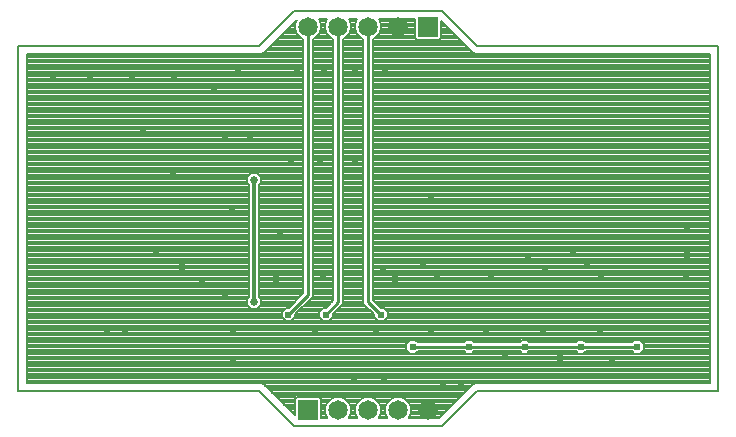
<source format=gbl>
G75*
%MOIN*%
%OFA0B0*%
%FSLAX25Y25*%
%IPPOS*%
%LPD*%
%AMOC8*
5,1,8,0,0,1.08239X$1,22.5*
%
%ADD10C,0.00600*%
%ADD11R,0.06500X0.06500*%
%ADD12C,0.06500*%
%ADD13C,0.01000*%
%ADD14C,0.02400*%
%ADD15C,0.00800*%
%ADD16C,0.02578*%
%ADD17C,0.01200*%
D10*
X0008065Y0019400D02*
X0008065Y0134361D01*
X0088320Y0134361D01*
X0099920Y0145961D01*
X0149420Y0145961D01*
X0161020Y0134361D01*
X0241136Y0134361D01*
X0241136Y0019400D01*
X0161020Y0019400D01*
X0149420Y0007800D01*
X0099920Y0007800D01*
X0088320Y0019400D01*
X0008065Y0019400D01*
D11*
X0104601Y0013000D03*
X0144601Y0140761D03*
D12*
X0134601Y0140761D03*
X0124601Y0140761D03*
X0114601Y0140761D03*
X0104601Y0140761D03*
X0114601Y0013000D03*
X0124601Y0013000D03*
X0134601Y0013000D03*
X0144601Y0013000D03*
D13*
X0139465Y0034146D02*
X0158265Y0034146D01*
X0176765Y0034146D01*
X0195465Y0034146D01*
X0214265Y0034146D01*
X0128865Y0044846D02*
X0124601Y0049110D01*
X0124601Y0140761D01*
X0114601Y0140761D02*
X0114601Y0048881D01*
X0110565Y0044846D01*
X0104601Y0051381D02*
X0098065Y0044846D01*
X0104601Y0051381D02*
X0104601Y0140761D01*
D14*
X0100765Y0126346D03*
X0109865Y0125546D03*
X0120265Y0125446D03*
X0130265Y0125946D03*
X0085265Y0103246D03*
X0076965Y0103246D03*
X0059565Y0090946D03*
X0079265Y0079146D03*
X0095165Y0078846D03*
X0095365Y0072146D03*
X0109965Y0078746D03*
X0119765Y0078546D03*
X0120165Y0096646D03*
X0108665Y0096846D03*
X0098965Y0096746D03*
X0073365Y0120346D03*
X0081265Y0127046D03*
X0059865Y0124346D03*
X0046065Y0124646D03*
X0031865Y0124846D03*
X0019665Y0124546D03*
X0044065Y0113046D03*
X0052665Y0113046D03*
X0049665Y0105646D03*
X0053965Y0064946D03*
X0062665Y0060846D03*
X0069265Y0056246D03*
X0076965Y0051946D03*
X0079465Y0040046D03*
X0079465Y0029946D03*
X0098065Y0044846D03*
X0106865Y0038646D03*
X0110565Y0044846D03*
X0127265Y0038746D03*
X0128865Y0044846D03*
X0133465Y0056746D03*
X0129465Y0059446D03*
X0142965Y0061646D03*
X0147465Y0057746D03*
X0160665Y0062646D03*
X0165465Y0058246D03*
X0178065Y0064346D03*
X0183565Y0059846D03*
X0193065Y0066246D03*
X0197665Y0061346D03*
X0202365Y0058146D03*
X0201765Y0038946D03*
X0195465Y0034146D03*
X0188565Y0030246D03*
X0176765Y0034146D03*
X0170365Y0031246D03*
X0163965Y0038746D03*
X0158265Y0034146D03*
X0145565Y0038946D03*
X0139465Y0034146D03*
X0129765Y0023046D03*
X0119965Y0024046D03*
X0109365Y0024446D03*
X0149665Y0021846D03*
X0155465Y0021746D03*
X0182865Y0039046D03*
X0206065Y0029546D03*
X0214265Y0034146D03*
X0230665Y0057046D03*
X0230865Y0064646D03*
X0230865Y0073546D03*
X0145565Y0084346D03*
X0109465Y0058146D03*
X0093765Y0056646D03*
X0054065Y0048246D03*
X0043565Y0038746D03*
X0037665Y0038546D03*
D15*
X0010765Y0038759D02*
X0238436Y0038759D01*
X0238436Y0037961D02*
X0010765Y0037961D01*
X0010765Y0037162D02*
X0238436Y0037162D01*
X0238436Y0036364D02*
X0215300Y0036364D01*
X0215218Y0036446D02*
X0213312Y0036446D01*
X0212612Y0035746D01*
X0197118Y0035746D01*
X0196418Y0036446D01*
X0194512Y0036446D01*
X0193812Y0035746D01*
X0178418Y0035746D01*
X0177718Y0036446D01*
X0175812Y0036446D01*
X0175112Y0035746D01*
X0159918Y0035746D01*
X0159218Y0036446D01*
X0157312Y0036446D01*
X0156612Y0035746D01*
X0141118Y0035746D01*
X0140418Y0036446D01*
X0138512Y0036446D01*
X0137165Y0035098D01*
X0137165Y0033193D01*
X0138512Y0031846D01*
X0140418Y0031846D01*
X0141118Y0032546D01*
X0156612Y0032546D01*
X0157312Y0031846D01*
X0159218Y0031846D01*
X0159918Y0032546D01*
X0175112Y0032546D01*
X0175812Y0031846D01*
X0177718Y0031846D01*
X0178418Y0032546D01*
X0193812Y0032546D01*
X0194512Y0031846D01*
X0196418Y0031846D01*
X0197118Y0032546D01*
X0212612Y0032546D01*
X0213312Y0031846D01*
X0215218Y0031846D01*
X0216565Y0033193D01*
X0216565Y0035098D01*
X0215218Y0036446D01*
X0216098Y0035565D02*
X0238436Y0035565D01*
X0238436Y0034767D02*
X0216565Y0034767D01*
X0216565Y0033968D02*
X0238436Y0033968D01*
X0238436Y0033170D02*
X0216542Y0033170D01*
X0215743Y0032371D02*
X0238436Y0032371D01*
X0238436Y0031573D02*
X0010765Y0031573D01*
X0010765Y0032371D02*
X0137987Y0032371D01*
X0137188Y0033170D02*
X0010765Y0033170D01*
X0010765Y0033968D02*
X0137165Y0033968D01*
X0137165Y0034767D02*
X0010765Y0034767D01*
X0010765Y0035565D02*
X0137632Y0035565D01*
X0138431Y0036364D02*
X0010765Y0036364D01*
X0010765Y0039558D02*
X0238436Y0039558D01*
X0238436Y0040356D02*
X0010765Y0040356D01*
X0010765Y0041155D02*
X0238436Y0041155D01*
X0238436Y0041953D02*
X0010765Y0041953D01*
X0010765Y0042752D02*
X0096906Y0042752D01*
X0097112Y0042546D02*
X0095765Y0043893D01*
X0095765Y0045798D01*
X0097112Y0047146D01*
X0098102Y0047146D01*
X0103001Y0052044D01*
X0103001Y0136715D01*
X0102136Y0137073D01*
X0100913Y0138297D01*
X0100251Y0139895D01*
X0100251Y0141626D01*
X0100849Y0143071D01*
X0089850Y0132072D01*
X0088857Y0131661D01*
X0010765Y0131661D01*
X0010765Y0022100D01*
X0088857Y0022100D01*
X0089850Y0021689D01*
X0100251Y0011288D01*
X0100251Y0016706D01*
X0100895Y0017350D01*
X0108306Y0017350D01*
X0108951Y0016706D01*
X0108951Y0010500D01*
X0110949Y0010500D01*
X0110913Y0010536D01*
X0110251Y0012135D01*
X0110251Y0013865D01*
X0110913Y0015464D01*
X0112136Y0016688D01*
X0113735Y0017350D01*
X0115466Y0017350D01*
X0117065Y0016688D01*
X0118288Y0015464D01*
X0118951Y0013865D01*
X0118951Y0012135D01*
X0118288Y0010536D01*
X0118252Y0010500D01*
X0120949Y0010500D01*
X0120913Y0010536D01*
X0120251Y0012135D01*
X0120251Y0013865D01*
X0120913Y0015464D01*
X0122136Y0016688D01*
X0123735Y0017350D01*
X0125466Y0017350D01*
X0127065Y0016688D01*
X0128288Y0015464D01*
X0128951Y0013865D01*
X0128951Y0012135D01*
X0128288Y0010536D01*
X0128252Y0010500D01*
X0130949Y0010500D01*
X0130913Y0010536D01*
X0130251Y0012135D01*
X0130251Y0013865D01*
X0130913Y0015464D01*
X0132136Y0016688D01*
X0133735Y0017350D01*
X0135466Y0017350D01*
X0137065Y0016688D01*
X0138288Y0015464D01*
X0138951Y0013865D01*
X0138951Y0012135D01*
X0138288Y0010536D01*
X0138252Y0010500D01*
X0148302Y0010500D01*
X0159491Y0021689D01*
X0160483Y0022100D01*
X0238436Y0022100D01*
X0238436Y0131661D01*
X0161557Y0131661D01*
X0160483Y0131661D01*
X0159491Y0132072D01*
X0148951Y0142612D01*
X0148951Y0137055D01*
X0148306Y0136411D01*
X0140895Y0136411D01*
X0140251Y0137055D01*
X0140251Y0143261D01*
X0128252Y0143261D01*
X0128288Y0143225D01*
X0128951Y0141626D01*
X0128951Y0139895D01*
X0128288Y0138297D01*
X0127065Y0137073D01*
X0126201Y0136715D01*
X0126201Y0049773D01*
X0128828Y0047146D01*
X0129818Y0047146D01*
X0131165Y0045798D01*
X0131165Y0043893D01*
X0129818Y0042546D01*
X0127912Y0042546D01*
X0126565Y0043893D01*
X0126565Y0044883D01*
X0123001Y0048447D01*
X0123001Y0136715D01*
X0122136Y0137073D01*
X0120913Y0138297D01*
X0120251Y0139895D01*
X0120251Y0141626D01*
X0120913Y0143225D01*
X0120949Y0143261D01*
X0118252Y0143261D01*
X0118288Y0143225D01*
X0118951Y0141626D01*
X0118951Y0139895D01*
X0118288Y0138297D01*
X0117065Y0137073D01*
X0116201Y0136715D01*
X0116201Y0048218D01*
X0112865Y0044883D01*
X0112865Y0043893D01*
X0111518Y0042546D01*
X0109612Y0042546D01*
X0108265Y0043893D01*
X0108265Y0045798D01*
X0109612Y0047146D01*
X0110602Y0047146D01*
X0113001Y0049544D01*
X0113001Y0136715D01*
X0112136Y0137073D01*
X0110913Y0138297D01*
X0110251Y0139895D01*
X0110251Y0141626D01*
X0110913Y0143225D01*
X0110949Y0143261D01*
X0108252Y0143261D01*
X0108288Y0143225D01*
X0108951Y0141626D01*
X0108951Y0139895D01*
X0108288Y0138297D01*
X0107065Y0137073D01*
X0106201Y0136715D01*
X0106201Y0050718D01*
X0100365Y0044883D01*
X0100365Y0043893D01*
X0099018Y0042546D01*
X0097112Y0042546D01*
X0096108Y0043550D02*
X0010765Y0043550D01*
X0010765Y0044349D02*
X0095765Y0044349D01*
X0095765Y0045147D02*
X0010765Y0045147D01*
X0010765Y0045946D02*
X0095913Y0045946D01*
X0096711Y0046744D02*
X0087642Y0046744D01*
X0087555Y0046657D02*
X0088954Y0048056D01*
X0088954Y0050035D01*
X0088265Y0050724D01*
X0088265Y0087928D01*
X0088954Y0088617D01*
X0088954Y0090596D01*
X0087555Y0091995D01*
X0085576Y0091995D01*
X0084176Y0090596D01*
X0084176Y0088617D01*
X0084865Y0087928D01*
X0084865Y0050724D01*
X0084176Y0050035D01*
X0084176Y0048056D01*
X0085576Y0046657D01*
X0087555Y0046657D01*
X0088441Y0047543D02*
X0098500Y0047543D01*
X0099298Y0048341D02*
X0088954Y0048341D01*
X0088954Y0049140D02*
X0100097Y0049140D01*
X0100895Y0049938D02*
X0088954Y0049938D01*
X0088265Y0050737D02*
X0101694Y0050737D01*
X0102492Y0051536D02*
X0088265Y0051536D01*
X0088265Y0052334D02*
X0103001Y0052334D01*
X0103001Y0053133D02*
X0088265Y0053133D01*
X0088265Y0053931D02*
X0103001Y0053931D01*
X0103001Y0054730D02*
X0088265Y0054730D01*
X0088265Y0055528D02*
X0103001Y0055528D01*
X0103001Y0056327D02*
X0088265Y0056327D01*
X0088265Y0057125D02*
X0103001Y0057125D01*
X0103001Y0057924D02*
X0088265Y0057924D01*
X0088265Y0058722D02*
X0103001Y0058722D01*
X0103001Y0059521D02*
X0088265Y0059521D01*
X0088265Y0060319D02*
X0103001Y0060319D01*
X0103001Y0061118D02*
X0088265Y0061118D01*
X0088265Y0061916D02*
X0103001Y0061916D01*
X0103001Y0062715D02*
X0088265Y0062715D01*
X0088265Y0063513D02*
X0103001Y0063513D01*
X0103001Y0064312D02*
X0088265Y0064312D01*
X0088265Y0065110D02*
X0103001Y0065110D01*
X0103001Y0065909D02*
X0088265Y0065909D01*
X0088265Y0066707D02*
X0103001Y0066707D01*
X0103001Y0067506D02*
X0088265Y0067506D01*
X0088265Y0068304D02*
X0103001Y0068304D01*
X0103001Y0069103D02*
X0088265Y0069103D01*
X0088265Y0069901D02*
X0103001Y0069901D01*
X0103001Y0070700D02*
X0088265Y0070700D01*
X0088265Y0071498D02*
X0103001Y0071498D01*
X0103001Y0072297D02*
X0088265Y0072297D01*
X0088265Y0073095D02*
X0103001Y0073095D01*
X0103001Y0073894D02*
X0088265Y0073894D01*
X0088265Y0074692D02*
X0103001Y0074692D01*
X0103001Y0075491D02*
X0088265Y0075491D01*
X0088265Y0076289D02*
X0103001Y0076289D01*
X0103001Y0077088D02*
X0088265Y0077088D01*
X0088265Y0077886D02*
X0103001Y0077886D01*
X0103001Y0078685D02*
X0088265Y0078685D01*
X0088265Y0079483D02*
X0103001Y0079483D01*
X0103001Y0080282D02*
X0088265Y0080282D01*
X0088265Y0081080D02*
X0103001Y0081080D01*
X0103001Y0081879D02*
X0088265Y0081879D01*
X0088265Y0082677D02*
X0103001Y0082677D01*
X0103001Y0083476D02*
X0088265Y0083476D01*
X0088265Y0084274D02*
X0103001Y0084274D01*
X0103001Y0085073D02*
X0088265Y0085073D01*
X0088265Y0085871D02*
X0103001Y0085871D01*
X0103001Y0086670D02*
X0088265Y0086670D01*
X0088265Y0087469D02*
X0103001Y0087469D01*
X0103001Y0088267D02*
X0088604Y0088267D01*
X0088954Y0089066D02*
X0103001Y0089066D01*
X0103001Y0089864D02*
X0088954Y0089864D01*
X0088887Y0090663D02*
X0103001Y0090663D01*
X0103001Y0091461D02*
X0088089Y0091461D01*
X0085041Y0091461D02*
X0010765Y0091461D01*
X0010765Y0090663D02*
X0084243Y0090663D01*
X0084176Y0089864D02*
X0010765Y0089864D01*
X0010765Y0089066D02*
X0084176Y0089066D01*
X0084526Y0088267D02*
X0010765Y0088267D01*
X0010765Y0087469D02*
X0084865Y0087469D01*
X0084865Y0086670D02*
X0010765Y0086670D01*
X0010765Y0085871D02*
X0084865Y0085871D01*
X0084865Y0085073D02*
X0010765Y0085073D01*
X0010765Y0084274D02*
X0084865Y0084274D01*
X0084865Y0083476D02*
X0010765Y0083476D01*
X0010765Y0082677D02*
X0084865Y0082677D01*
X0084865Y0081879D02*
X0010765Y0081879D01*
X0010765Y0081080D02*
X0084865Y0081080D01*
X0084865Y0080282D02*
X0010765Y0080282D01*
X0010765Y0079483D02*
X0084865Y0079483D01*
X0084865Y0078685D02*
X0010765Y0078685D01*
X0010765Y0077886D02*
X0084865Y0077886D01*
X0084865Y0077088D02*
X0010765Y0077088D01*
X0010765Y0076289D02*
X0084865Y0076289D01*
X0084865Y0075491D02*
X0010765Y0075491D01*
X0010765Y0074692D02*
X0084865Y0074692D01*
X0084865Y0073894D02*
X0010765Y0073894D01*
X0010765Y0073095D02*
X0084865Y0073095D01*
X0084865Y0072297D02*
X0010765Y0072297D01*
X0010765Y0071498D02*
X0084865Y0071498D01*
X0084865Y0070700D02*
X0010765Y0070700D01*
X0010765Y0069901D02*
X0084865Y0069901D01*
X0084865Y0069103D02*
X0010765Y0069103D01*
X0010765Y0068304D02*
X0084865Y0068304D01*
X0084865Y0067506D02*
X0010765Y0067506D01*
X0010765Y0066707D02*
X0084865Y0066707D01*
X0084865Y0065909D02*
X0010765Y0065909D01*
X0010765Y0065110D02*
X0084865Y0065110D01*
X0084865Y0064312D02*
X0010765Y0064312D01*
X0010765Y0063513D02*
X0084865Y0063513D01*
X0084865Y0062715D02*
X0010765Y0062715D01*
X0010765Y0061916D02*
X0084865Y0061916D01*
X0084865Y0061118D02*
X0010765Y0061118D01*
X0010765Y0060319D02*
X0084865Y0060319D01*
X0084865Y0059521D02*
X0010765Y0059521D01*
X0010765Y0058722D02*
X0084865Y0058722D01*
X0084865Y0057924D02*
X0010765Y0057924D01*
X0010765Y0057125D02*
X0084865Y0057125D01*
X0084865Y0056327D02*
X0010765Y0056327D01*
X0010765Y0055528D02*
X0084865Y0055528D01*
X0084865Y0054730D02*
X0010765Y0054730D01*
X0010765Y0053931D02*
X0084865Y0053931D01*
X0084865Y0053133D02*
X0010765Y0053133D01*
X0010765Y0052334D02*
X0084865Y0052334D01*
X0084865Y0051536D02*
X0010765Y0051536D01*
X0010765Y0050737D02*
X0084865Y0050737D01*
X0084176Y0049938D02*
X0010765Y0049938D01*
X0010765Y0049140D02*
X0084176Y0049140D01*
X0084176Y0048341D02*
X0010765Y0048341D01*
X0010765Y0047543D02*
X0084689Y0047543D01*
X0085488Y0046744D02*
X0010765Y0046744D01*
X0010765Y0030774D02*
X0238436Y0030774D01*
X0238436Y0029976D02*
X0010765Y0029976D01*
X0010765Y0029177D02*
X0238436Y0029177D01*
X0238436Y0028379D02*
X0010765Y0028379D01*
X0010765Y0027580D02*
X0238436Y0027580D01*
X0238436Y0026782D02*
X0010765Y0026782D01*
X0010765Y0025983D02*
X0238436Y0025983D01*
X0238436Y0025185D02*
X0010765Y0025185D01*
X0010765Y0024386D02*
X0238436Y0024386D01*
X0238436Y0023588D02*
X0010765Y0023588D01*
X0010765Y0022789D02*
X0238436Y0022789D01*
X0212787Y0032371D02*
X0196943Y0032371D01*
X0193987Y0032371D02*
X0178243Y0032371D01*
X0175287Y0032371D02*
X0159743Y0032371D01*
X0156787Y0032371D02*
X0140943Y0032371D01*
X0140500Y0036364D02*
X0157231Y0036364D01*
X0159300Y0036364D02*
X0175731Y0036364D01*
X0177800Y0036364D02*
X0194431Y0036364D01*
X0196500Y0036364D02*
X0213231Y0036364D01*
X0238436Y0042752D02*
X0130024Y0042752D01*
X0130823Y0043550D02*
X0238436Y0043550D01*
X0238436Y0044349D02*
X0131165Y0044349D01*
X0131165Y0045147D02*
X0238436Y0045147D01*
X0238436Y0045946D02*
X0131018Y0045946D01*
X0130219Y0046744D02*
X0238436Y0046744D01*
X0238436Y0047543D02*
X0128431Y0047543D01*
X0127632Y0048341D02*
X0238436Y0048341D01*
X0238436Y0049140D02*
X0126834Y0049140D01*
X0126201Y0049938D02*
X0238436Y0049938D01*
X0238436Y0050737D02*
X0126201Y0050737D01*
X0126201Y0051536D02*
X0238436Y0051536D01*
X0238436Y0052334D02*
X0126201Y0052334D01*
X0126201Y0053133D02*
X0238436Y0053133D01*
X0238436Y0053931D02*
X0126201Y0053931D01*
X0126201Y0054730D02*
X0238436Y0054730D01*
X0238436Y0055528D02*
X0126201Y0055528D01*
X0126201Y0056327D02*
X0238436Y0056327D01*
X0238436Y0057125D02*
X0126201Y0057125D01*
X0126201Y0057924D02*
X0238436Y0057924D01*
X0238436Y0058722D02*
X0126201Y0058722D01*
X0126201Y0059521D02*
X0238436Y0059521D01*
X0238436Y0060319D02*
X0126201Y0060319D01*
X0126201Y0061118D02*
X0238436Y0061118D01*
X0238436Y0061916D02*
X0126201Y0061916D01*
X0126201Y0062715D02*
X0238436Y0062715D01*
X0238436Y0063513D02*
X0126201Y0063513D01*
X0126201Y0064312D02*
X0238436Y0064312D01*
X0238436Y0065110D02*
X0126201Y0065110D01*
X0126201Y0065909D02*
X0238436Y0065909D01*
X0238436Y0066707D02*
X0126201Y0066707D01*
X0126201Y0067506D02*
X0238436Y0067506D01*
X0238436Y0068304D02*
X0126201Y0068304D01*
X0126201Y0069103D02*
X0238436Y0069103D01*
X0238436Y0069901D02*
X0126201Y0069901D01*
X0126201Y0070700D02*
X0238436Y0070700D01*
X0238436Y0071498D02*
X0126201Y0071498D01*
X0126201Y0072297D02*
X0238436Y0072297D01*
X0238436Y0073095D02*
X0126201Y0073095D01*
X0126201Y0073894D02*
X0238436Y0073894D01*
X0238436Y0074692D02*
X0126201Y0074692D01*
X0126201Y0075491D02*
X0238436Y0075491D01*
X0238436Y0076289D02*
X0126201Y0076289D01*
X0126201Y0077088D02*
X0238436Y0077088D01*
X0238436Y0077886D02*
X0126201Y0077886D01*
X0126201Y0078685D02*
X0238436Y0078685D01*
X0238436Y0079483D02*
X0126201Y0079483D01*
X0126201Y0080282D02*
X0238436Y0080282D01*
X0238436Y0081080D02*
X0126201Y0081080D01*
X0126201Y0081879D02*
X0238436Y0081879D01*
X0238436Y0082677D02*
X0126201Y0082677D01*
X0126201Y0083476D02*
X0238436Y0083476D01*
X0238436Y0084274D02*
X0126201Y0084274D01*
X0126201Y0085073D02*
X0238436Y0085073D01*
X0238436Y0085871D02*
X0126201Y0085871D01*
X0126201Y0086670D02*
X0238436Y0086670D01*
X0238436Y0087469D02*
X0126201Y0087469D01*
X0126201Y0088267D02*
X0238436Y0088267D01*
X0238436Y0089066D02*
X0126201Y0089066D01*
X0126201Y0089864D02*
X0238436Y0089864D01*
X0238436Y0090663D02*
X0126201Y0090663D01*
X0126201Y0091461D02*
X0238436Y0091461D01*
X0238436Y0092260D02*
X0126201Y0092260D01*
X0126201Y0093058D02*
X0238436Y0093058D01*
X0238436Y0093857D02*
X0126201Y0093857D01*
X0126201Y0094655D02*
X0238436Y0094655D01*
X0238436Y0095454D02*
X0126201Y0095454D01*
X0126201Y0096252D02*
X0238436Y0096252D01*
X0238436Y0097051D02*
X0126201Y0097051D01*
X0126201Y0097849D02*
X0238436Y0097849D01*
X0238436Y0098648D02*
X0126201Y0098648D01*
X0126201Y0099446D02*
X0238436Y0099446D01*
X0238436Y0100245D02*
X0126201Y0100245D01*
X0126201Y0101043D02*
X0238436Y0101043D01*
X0238436Y0101842D02*
X0126201Y0101842D01*
X0126201Y0102640D02*
X0238436Y0102640D01*
X0238436Y0103439D02*
X0126201Y0103439D01*
X0126201Y0104237D02*
X0238436Y0104237D01*
X0238436Y0105036D02*
X0126201Y0105036D01*
X0126201Y0105834D02*
X0238436Y0105834D01*
X0238436Y0106633D02*
X0126201Y0106633D01*
X0126201Y0107431D02*
X0238436Y0107431D01*
X0238436Y0108230D02*
X0126201Y0108230D01*
X0126201Y0109028D02*
X0238436Y0109028D01*
X0238436Y0109827D02*
X0126201Y0109827D01*
X0126201Y0110625D02*
X0238436Y0110625D01*
X0238436Y0111424D02*
X0126201Y0111424D01*
X0126201Y0112222D02*
X0238436Y0112222D01*
X0238436Y0113021D02*
X0126201Y0113021D01*
X0126201Y0113819D02*
X0238436Y0113819D01*
X0238436Y0114618D02*
X0126201Y0114618D01*
X0126201Y0115416D02*
X0238436Y0115416D01*
X0238436Y0116215D02*
X0126201Y0116215D01*
X0126201Y0117013D02*
X0238436Y0117013D01*
X0238436Y0117812D02*
X0126201Y0117812D01*
X0126201Y0118610D02*
X0238436Y0118610D01*
X0238436Y0119409D02*
X0126201Y0119409D01*
X0126201Y0120207D02*
X0238436Y0120207D01*
X0238436Y0121006D02*
X0126201Y0121006D01*
X0126201Y0121805D02*
X0238436Y0121805D01*
X0238436Y0122603D02*
X0126201Y0122603D01*
X0126201Y0123402D02*
X0238436Y0123402D01*
X0238436Y0124200D02*
X0126201Y0124200D01*
X0126201Y0124999D02*
X0238436Y0124999D01*
X0238436Y0125797D02*
X0126201Y0125797D01*
X0126201Y0126596D02*
X0238436Y0126596D01*
X0238436Y0127394D02*
X0126201Y0127394D01*
X0126201Y0128193D02*
X0238436Y0128193D01*
X0238436Y0128991D02*
X0126201Y0128991D01*
X0126201Y0129790D02*
X0238436Y0129790D01*
X0238436Y0130588D02*
X0126201Y0130588D01*
X0126201Y0131387D02*
X0238436Y0131387D01*
X0159377Y0132185D02*
X0126201Y0132185D01*
X0126201Y0132984D02*
X0158579Y0132984D01*
X0157780Y0133782D02*
X0126201Y0133782D01*
X0126201Y0134581D02*
X0156982Y0134581D01*
X0156183Y0135379D02*
X0126201Y0135379D01*
X0126201Y0136178D02*
X0155385Y0136178D01*
X0154586Y0136976D02*
X0148872Y0136976D01*
X0148951Y0137775D02*
X0153788Y0137775D01*
X0152989Y0138573D02*
X0148951Y0138573D01*
X0148951Y0139372D02*
X0152191Y0139372D01*
X0151392Y0140170D02*
X0148951Y0140170D01*
X0148951Y0140969D02*
X0150594Y0140969D01*
X0149795Y0141767D02*
X0148951Y0141767D01*
X0148951Y0142566D02*
X0148997Y0142566D01*
X0140251Y0142566D02*
X0128561Y0142566D01*
X0128892Y0141767D02*
X0140251Y0141767D01*
X0140251Y0140969D02*
X0128951Y0140969D01*
X0128951Y0140170D02*
X0140251Y0140170D01*
X0140251Y0139372D02*
X0128734Y0139372D01*
X0128403Y0138573D02*
X0140251Y0138573D01*
X0140251Y0137775D02*
X0127766Y0137775D01*
X0126831Y0136976D02*
X0140329Y0136976D01*
X0123001Y0136178D02*
X0116201Y0136178D01*
X0116201Y0135379D02*
X0123001Y0135379D01*
X0123001Y0134581D02*
X0116201Y0134581D01*
X0116201Y0133782D02*
X0123001Y0133782D01*
X0123001Y0132984D02*
X0116201Y0132984D01*
X0116201Y0132185D02*
X0123001Y0132185D01*
X0123001Y0131387D02*
X0116201Y0131387D01*
X0116201Y0130588D02*
X0123001Y0130588D01*
X0123001Y0129790D02*
X0116201Y0129790D01*
X0116201Y0128991D02*
X0123001Y0128991D01*
X0123001Y0128193D02*
X0116201Y0128193D01*
X0116201Y0127394D02*
X0123001Y0127394D01*
X0123001Y0126596D02*
X0116201Y0126596D01*
X0116201Y0125797D02*
X0123001Y0125797D01*
X0123001Y0124999D02*
X0116201Y0124999D01*
X0116201Y0124200D02*
X0123001Y0124200D01*
X0123001Y0123402D02*
X0116201Y0123402D01*
X0116201Y0122603D02*
X0123001Y0122603D01*
X0123001Y0121805D02*
X0116201Y0121805D01*
X0116201Y0121006D02*
X0123001Y0121006D01*
X0123001Y0120207D02*
X0116201Y0120207D01*
X0116201Y0119409D02*
X0123001Y0119409D01*
X0123001Y0118610D02*
X0116201Y0118610D01*
X0116201Y0117812D02*
X0123001Y0117812D01*
X0123001Y0117013D02*
X0116201Y0117013D01*
X0116201Y0116215D02*
X0123001Y0116215D01*
X0123001Y0115416D02*
X0116201Y0115416D01*
X0116201Y0114618D02*
X0123001Y0114618D01*
X0123001Y0113819D02*
X0116201Y0113819D01*
X0116201Y0113021D02*
X0123001Y0113021D01*
X0123001Y0112222D02*
X0116201Y0112222D01*
X0116201Y0111424D02*
X0123001Y0111424D01*
X0123001Y0110625D02*
X0116201Y0110625D01*
X0116201Y0109827D02*
X0123001Y0109827D01*
X0123001Y0109028D02*
X0116201Y0109028D01*
X0116201Y0108230D02*
X0123001Y0108230D01*
X0123001Y0107431D02*
X0116201Y0107431D01*
X0116201Y0106633D02*
X0123001Y0106633D01*
X0123001Y0105834D02*
X0116201Y0105834D01*
X0116201Y0105036D02*
X0123001Y0105036D01*
X0123001Y0104237D02*
X0116201Y0104237D01*
X0116201Y0103439D02*
X0123001Y0103439D01*
X0123001Y0102640D02*
X0116201Y0102640D01*
X0116201Y0101842D02*
X0123001Y0101842D01*
X0123001Y0101043D02*
X0116201Y0101043D01*
X0116201Y0100245D02*
X0123001Y0100245D01*
X0123001Y0099446D02*
X0116201Y0099446D01*
X0116201Y0098648D02*
X0123001Y0098648D01*
X0123001Y0097849D02*
X0116201Y0097849D01*
X0116201Y0097051D02*
X0123001Y0097051D01*
X0123001Y0096252D02*
X0116201Y0096252D01*
X0116201Y0095454D02*
X0123001Y0095454D01*
X0123001Y0094655D02*
X0116201Y0094655D01*
X0116201Y0093857D02*
X0123001Y0093857D01*
X0123001Y0093058D02*
X0116201Y0093058D01*
X0116201Y0092260D02*
X0123001Y0092260D01*
X0123001Y0091461D02*
X0116201Y0091461D01*
X0116201Y0090663D02*
X0123001Y0090663D01*
X0123001Y0089864D02*
X0116201Y0089864D01*
X0116201Y0089066D02*
X0123001Y0089066D01*
X0123001Y0088267D02*
X0116201Y0088267D01*
X0116201Y0087469D02*
X0123001Y0087469D01*
X0123001Y0086670D02*
X0116201Y0086670D01*
X0116201Y0085871D02*
X0123001Y0085871D01*
X0123001Y0085073D02*
X0116201Y0085073D01*
X0116201Y0084274D02*
X0123001Y0084274D01*
X0123001Y0083476D02*
X0116201Y0083476D01*
X0116201Y0082677D02*
X0123001Y0082677D01*
X0123001Y0081879D02*
X0116201Y0081879D01*
X0116201Y0081080D02*
X0123001Y0081080D01*
X0123001Y0080282D02*
X0116201Y0080282D01*
X0116201Y0079483D02*
X0123001Y0079483D01*
X0123001Y0078685D02*
X0116201Y0078685D01*
X0116201Y0077886D02*
X0123001Y0077886D01*
X0123001Y0077088D02*
X0116201Y0077088D01*
X0116201Y0076289D02*
X0123001Y0076289D01*
X0123001Y0075491D02*
X0116201Y0075491D01*
X0116201Y0074692D02*
X0123001Y0074692D01*
X0123001Y0073894D02*
X0116201Y0073894D01*
X0116201Y0073095D02*
X0123001Y0073095D01*
X0123001Y0072297D02*
X0116201Y0072297D01*
X0116201Y0071498D02*
X0123001Y0071498D01*
X0123001Y0070700D02*
X0116201Y0070700D01*
X0116201Y0069901D02*
X0123001Y0069901D01*
X0123001Y0069103D02*
X0116201Y0069103D01*
X0116201Y0068304D02*
X0123001Y0068304D01*
X0123001Y0067506D02*
X0116201Y0067506D01*
X0116201Y0066707D02*
X0123001Y0066707D01*
X0123001Y0065909D02*
X0116201Y0065909D01*
X0116201Y0065110D02*
X0123001Y0065110D01*
X0123001Y0064312D02*
X0116201Y0064312D01*
X0116201Y0063513D02*
X0123001Y0063513D01*
X0123001Y0062715D02*
X0116201Y0062715D01*
X0116201Y0061916D02*
X0123001Y0061916D01*
X0123001Y0061118D02*
X0116201Y0061118D01*
X0116201Y0060319D02*
X0123001Y0060319D01*
X0123001Y0059521D02*
X0116201Y0059521D01*
X0116201Y0058722D02*
X0123001Y0058722D01*
X0123001Y0057924D02*
X0116201Y0057924D01*
X0116201Y0057125D02*
X0123001Y0057125D01*
X0123001Y0056327D02*
X0116201Y0056327D01*
X0116201Y0055528D02*
X0123001Y0055528D01*
X0123001Y0054730D02*
X0116201Y0054730D01*
X0116201Y0053931D02*
X0123001Y0053931D01*
X0123001Y0053133D02*
X0116201Y0053133D01*
X0116201Y0052334D02*
X0123001Y0052334D01*
X0123001Y0051536D02*
X0116201Y0051536D01*
X0116201Y0050737D02*
X0123001Y0050737D01*
X0123001Y0049938D02*
X0116201Y0049938D01*
X0116201Y0049140D02*
X0123001Y0049140D01*
X0123107Y0048341D02*
X0116201Y0048341D01*
X0115525Y0047543D02*
X0123905Y0047543D01*
X0124704Y0046744D02*
X0114727Y0046744D01*
X0113928Y0045946D02*
X0125502Y0045946D01*
X0126301Y0045147D02*
X0113130Y0045147D01*
X0112865Y0044349D02*
X0126565Y0044349D01*
X0126908Y0043550D02*
X0112523Y0043550D01*
X0111724Y0042752D02*
X0127706Y0042752D01*
X0113001Y0049938D02*
X0105421Y0049938D01*
X0106201Y0050737D02*
X0113001Y0050737D01*
X0113001Y0051536D02*
X0106201Y0051536D01*
X0106201Y0052334D02*
X0113001Y0052334D01*
X0113001Y0053133D02*
X0106201Y0053133D01*
X0106201Y0053931D02*
X0113001Y0053931D01*
X0113001Y0054730D02*
X0106201Y0054730D01*
X0106201Y0055528D02*
X0113001Y0055528D01*
X0113001Y0056327D02*
X0106201Y0056327D01*
X0106201Y0057125D02*
X0113001Y0057125D01*
X0113001Y0057924D02*
X0106201Y0057924D01*
X0106201Y0058722D02*
X0113001Y0058722D01*
X0113001Y0059521D02*
X0106201Y0059521D01*
X0106201Y0060319D02*
X0113001Y0060319D01*
X0113001Y0061118D02*
X0106201Y0061118D01*
X0106201Y0061916D02*
X0113001Y0061916D01*
X0113001Y0062715D02*
X0106201Y0062715D01*
X0106201Y0063513D02*
X0113001Y0063513D01*
X0113001Y0064312D02*
X0106201Y0064312D01*
X0106201Y0065110D02*
X0113001Y0065110D01*
X0113001Y0065909D02*
X0106201Y0065909D01*
X0106201Y0066707D02*
X0113001Y0066707D01*
X0113001Y0067506D02*
X0106201Y0067506D01*
X0106201Y0068304D02*
X0113001Y0068304D01*
X0113001Y0069103D02*
X0106201Y0069103D01*
X0106201Y0069901D02*
X0113001Y0069901D01*
X0113001Y0070700D02*
X0106201Y0070700D01*
X0106201Y0071498D02*
X0113001Y0071498D01*
X0113001Y0072297D02*
X0106201Y0072297D01*
X0106201Y0073095D02*
X0113001Y0073095D01*
X0113001Y0073894D02*
X0106201Y0073894D01*
X0106201Y0074692D02*
X0113001Y0074692D01*
X0113001Y0075491D02*
X0106201Y0075491D01*
X0106201Y0076289D02*
X0113001Y0076289D01*
X0113001Y0077088D02*
X0106201Y0077088D01*
X0106201Y0077886D02*
X0113001Y0077886D01*
X0113001Y0078685D02*
X0106201Y0078685D01*
X0106201Y0079483D02*
X0113001Y0079483D01*
X0113001Y0080282D02*
X0106201Y0080282D01*
X0106201Y0081080D02*
X0113001Y0081080D01*
X0113001Y0081879D02*
X0106201Y0081879D01*
X0106201Y0082677D02*
X0113001Y0082677D01*
X0113001Y0083476D02*
X0106201Y0083476D01*
X0106201Y0084274D02*
X0113001Y0084274D01*
X0113001Y0085073D02*
X0106201Y0085073D01*
X0106201Y0085871D02*
X0113001Y0085871D01*
X0113001Y0086670D02*
X0106201Y0086670D01*
X0106201Y0087469D02*
X0113001Y0087469D01*
X0113001Y0088267D02*
X0106201Y0088267D01*
X0106201Y0089066D02*
X0113001Y0089066D01*
X0113001Y0089864D02*
X0106201Y0089864D01*
X0106201Y0090663D02*
X0113001Y0090663D01*
X0113001Y0091461D02*
X0106201Y0091461D01*
X0106201Y0092260D02*
X0113001Y0092260D01*
X0113001Y0093058D02*
X0106201Y0093058D01*
X0106201Y0093857D02*
X0113001Y0093857D01*
X0113001Y0094655D02*
X0106201Y0094655D01*
X0106201Y0095454D02*
X0113001Y0095454D01*
X0113001Y0096252D02*
X0106201Y0096252D01*
X0106201Y0097051D02*
X0113001Y0097051D01*
X0113001Y0097849D02*
X0106201Y0097849D01*
X0106201Y0098648D02*
X0113001Y0098648D01*
X0113001Y0099446D02*
X0106201Y0099446D01*
X0106201Y0100245D02*
X0113001Y0100245D01*
X0113001Y0101043D02*
X0106201Y0101043D01*
X0106201Y0101842D02*
X0113001Y0101842D01*
X0113001Y0102640D02*
X0106201Y0102640D01*
X0106201Y0103439D02*
X0113001Y0103439D01*
X0113001Y0104237D02*
X0106201Y0104237D01*
X0106201Y0105036D02*
X0113001Y0105036D01*
X0113001Y0105834D02*
X0106201Y0105834D01*
X0106201Y0106633D02*
X0113001Y0106633D01*
X0113001Y0107431D02*
X0106201Y0107431D01*
X0106201Y0108230D02*
X0113001Y0108230D01*
X0113001Y0109028D02*
X0106201Y0109028D01*
X0106201Y0109827D02*
X0113001Y0109827D01*
X0113001Y0110625D02*
X0106201Y0110625D01*
X0106201Y0111424D02*
X0113001Y0111424D01*
X0113001Y0112222D02*
X0106201Y0112222D01*
X0106201Y0113021D02*
X0113001Y0113021D01*
X0113001Y0113819D02*
X0106201Y0113819D01*
X0106201Y0114618D02*
X0113001Y0114618D01*
X0113001Y0115416D02*
X0106201Y0115416D01*
X0106201Y0116215D02*
X0113001Y0116215D01*
X0113001Y0117013D02*
X0106201Y0117013D01*
X0106201Y0117812D02*
X0113001Y0117812D01*
X0113001Y0118610D02*
X0106201Y0118610D01*
X0106201Y0119409D02*
X0113001Y0119409D01*
X0113001Y0120207D02*
X0106201Y0120207D01*
X0106201Y0121006D02*
X0113001Y0121006D01*
X0113001Y0121805D02*
X0106201Y0121805D01*
X0106201Y0122603D02*
X0113001Y0122603D01*
X0113001Y0123402D02*
X0106201Y0123402D01*
X0106201Y0124200D02*
X0113001Y0124200D01*
X0113001Y0124999D02*
X0106201Y0124999D01*
X0106201Y0125797D02*
X0113001Y0125797D01*
X0113001Y0126596D02*
X0106201Y0126596D01*
X0106201Y0127394D02*
X0113001Y0127394D01*
X0113001Y0128193D02*
X0106201Y0128193D01*
X0106201Y0128991D02*
X0113001Y0128991D01*
X0113001Y0129790D02*
X0106201Y0129790D01*
X0106201Y0130588D02*
X0113001Y0130588D01*
X0113001Y0131387D02*
X0106201Y0131387D01*
X0106201Y0132185D02*
X0113001Y0132185D01*
X0113001Y0132984D02*
X0106201Y0132984D01*
X0106201Y0133782D02*
X0113001Y0133782D01*
X0113001Y0134581D02*
X0106201Y0134581D01*
X0106201Y0135379D02*
X0113001Y0135379D01*
X0113001Y0136178D02*
X0106201Y0136178D01*
X0106831Y0136976D02*
X0112370Y0136976D01*
X0111435Y0137775D02*
X0107766Y0137775D01*
X0108403Y0138573D02*
X0110798Y0138573D01*
X0110467Y0139372D02*
X0108734Y0139372D01*
X0108951Y0140170D02*
X0110251Y0140170D01*
X0110251Y0140969D02*
X0108951Y0140969D01*
X0108892Y0141767D02*
X0110309Y0141767D01*
X0110640Y0142566D02*
X0108561Y0142566D01*
X0100640Y0142566D02*
X0100344Y0142566D01*
X0100309Y0141767D02*
X0099545Y0141767D01*
X0100251Y0140969D02*
X0098747Y0140969D01*
X0097948Y0140170D02*
X0100251Y0140170D01*
X0100467Y0139372D02*
X0097150Y0139372D01*
X0096351Y0138573D02*
X0100798Y0138573D01*
X0101435Y0137775D02*
X0095553Y0137775D01*
X0094754Y0136976D02*
X0102370Y0136976D01*
X0103001Y0136178D02*
X0093956Y0136178D01*
X0093157Y0135379D02*
X0103001Y0135379D01*
X0103001Y0134581D02*
X0092359Y0134581D01*
X0091560Y0133782D02*
X0103001Y0133782D01*
X0103001Y0132984D02*
X0090762Y0132984D01*
X0089963Y0132185D02*
X0103001Y0132185D01*
X0103001Y0131387D02*
X0010765Y0131387D01*
X0010765Y0130588D02*
X0103001Y0130588D01*
X0103001Y0129790D02*
X0010765Y0129790D01*
X0010765Y0128991D02*
X0103001Y0128991D01*
X0103001Y0128193D02*
X0010765Y0128193D01*
X0010765Y0127394D02*
X0103001Y0127394D01*
X0103001Y0126596D02*
X0010765Y0126596D01*
X0010765Y0125797D02*
X0103001Y0125797D01*
X0103001Y0124999D02*
X0010765Y0124999D01*
X0010765Y0124200D02*
X0103001Y0124200D01*
X0103001Y0123402D02*
X0010765Y0123402D01*
X0010765Y0122603D02*
X0103001Y0122603D01*
X0103001Y0121805D02*
X0010765Y0121805D01*
X0010765Y0121006D02*
X0103001Y0121006D01*
X0103001Y0120207D02*
X0010765Y0120207D01*
X0010765Y0119409D02*
X0103001Y0119409D01*
X0103001Y0118610D02*
X0010765Y0118610D01*
X0010765Y0117812D02*
X0103001Y0117812D01*
X0103001Y0117013D02*
X0010765Y0117013D01*
X0010765Y0116215D02*
X0103001Y0116215D01*
X0103001Y0115416D02*
X0010765Y0115416D01*
X0010765Y0114618D02*
X0103001Y0114618D01*
X0103001Y0113819D02*
X0010765Y0113819D01*
X0010765Y0113021D02*
X0103001Y0113021D01*
X0103001Y0112222D02*
X0010765Y0112222D01*
X0010765Y0111424D02*
X0103001Y0111424D01*
X0103001Y0110625D02*
X0010765Y0110625D01*
X0010765Y0109827D02*
X0103001Y0109827D01*
X0103001Y0109028D02*
X0010765Y0109028D01*
X0010765Y0108230D02*
X0103001Y0108230D01*
X0103001Y0107431D02*
X0010765Y0107431D01*
X0010765Y0106633D02*
X0103001Y0106633D01*
X0103001Y0105834D02*
X0010765Y0105834D01*
X0010765Y0105036D02*
X0103001Y0105036D01*
X0103001Y0104237D02*
X0010765Y0104237D01*
X0010765Y0103439D02*
X0103001Y0103439D01*
X0103001Y0102640D02*
X0010765Y0102640D01*
X0010765Y0101842D02*
X0103001Y0101842D01*
X0103001Y0101043D02*
X0010765Y0101043D01*
X0010765Y0100245D02*
X0103001Y0100245D01*
X0103001Y0099446D02*
X0010765Y0099446D01*
X0010765Y0098648D02*
X0103001Y0098648D01*
X0103001Y0097849D02*
X0010765Y0097849D01*
X0010765Y0097051D02*
X0103001Y0097051D01*
X0103001Y0096252D02*
X0010765Y0096252D01*
X0010765Y0095454D02*
X0103001Y0095454D01*
X0103001Y0094655D02*
X0010765Y0094655D01*
X0010765Y0093857D02*
X0103001Y0093857D01*
X0103001Y0093058D02*
X0010765Y0093058D01*
X0010765Y0092260D02*
X0103001Y0092260D01*
X0104622Y0049140D02*
X0112597Y0049140D01*
X0111798Y0048341D02*
X0103824Y0048341D01*
X0103025Y0047543D02*
X0111000Y0047543D01*
X0109211Y0046744D02*
X0102227Y0046744D01*
X0101428Y0045946D02*
X0108413Y0045946D01*
X0108265Y0045147D02*
X0100630Y0045147D01*
X0100365Y0044349D02*
X0108265Y0044349D01*
X0108608Y0043550D02*
X0100023Y0043550D01*
X0099224Y0042752D02*
X0109406Y0042752D01*
X0089121Y0021991D02*
X0160219Y0021991D01*
X0158994Y0021192D02*
X0090346Y0021192D01*
X0091145Y0020394D02*
X0158195Y0020394D01*
X0157397Y0019595D02*
X0091944Y0019595D01*
X0092742Y0018797D02*
X0156598Y0018797D01*
X0155800Y0017998D02*
X0093541Y0017998D01*
X0094339Y0017200D02*
X0100744Y0017200D01*
X0100251Y0016401D02*
X0095138Y0016401D01*
X0095936Y0015602D02*
X0100251Y0015602D01*
X0100251Y0014804D02*
X0096735Y0014804D01*
X0097533Y0014005D02*
X0100251Y0014005D01*
X0100251Y0013207D02*
X0098332Y0013207D01*
X0099130Y0012408D02*
X0100251Y0012408D01*
X0100251Y0011610D02*
X0099929Y0011610D01*
X0108951Y0011610D02*
X0110468Y0011610D01*
X0110251Y0012408D02*
X0108951Y0012408D01*
X0108951Y0013207D02*
X0110251Y0013207D01*
X0110309Y0014005D02*
X0108951Y0014005D01*
X0108951Y0014804D02*
X0110639Y0014804D01*
X0111051Y0015602D02*
X0108951Y0015602D01*
X0108951Y0016401D02*
X0111850Y0016401D01*
X0113372Y0017200D02*
X0108457Y0017200D01*
X0115829Y0017200D02*
X0123372Y0017200D01*
X0121850Y0016401D02*
X0117351Y0016401D01*
X0118150Y0015602D02*
X0121051Y0015602D01*
X0120639Y0014804D02*
X0118562Y0014804D01*
X0118892Y0014005D02*
X0120309Y0014005D01*
X0120251Y0013207D02*
X0118951Y0013207D01*
X0118951Y0012408D02*
X0120251Y0012408D01*
X0120468Y0011610D02*
X0118733Y0011610D01*
X0118402Y0010811D02*
X0120799Y0010811D01*
X0128402Y0010811D02*
X0130799Y0010811D01*
X0130468Y0011610D02*
X0128733Y0011610D01*
X0128951Y0012408D02*
X0130251Y0012408D01*
X0130251Y0013207D02*
X0128951Y0013207D01*
X0128892Y0014005D02*
X0130309Y0014005D01*
X0130639Y0014804D02*
X0128562Y0014804D01*
X0128150Y0015602D02*
X0131051Y0015602D01*
X0131850Y0016401D02*
X0127351Y0016401D01*
X0125829Y0017200D02*
X0133372Y0017200D01*
X0135829Y0017200D02*
X0155001Y0017200D01*
X0154203Y0016401D02*
X0137351Y0016401D01*
X0138150Y0015602D02*
X0153404Y0015602D01*
X0152606Y0014804D02*
X0138562Y0014804D01*
X0138892Y0014005D02*
X0151807Y0014005D01*
X0151009Y0013207D02*
X0138951Y0013207D01*
X0138951Y0012408D02*
X0150210Y0012408D01*
X0149412Y0011610D02*
X0138733Y0011610D01*
X0138402Y0010811D02*
X0148613Y0010811D01*
X0110799Y0010811D02*
X0108951Y0010811D01*
X0116831Y0136976D02*
X0122370Y0136976D01*
X0121435Y0137775D02*
X0117766Y0137775D01*
X0118403Y0138573D02*
X0120798Y0138573D01*
X0120467Y0139372D02*
X0118734Y0139372D01*
X0118951Y0140170D02*
X0120251Y0140170D01*
X0120251Y0140969D02*
X0118951Y0140969D01*
X0118892Y0141767D02*
X0120309Y0141767D01*
X0120640Y0142566D02*
X0118561Y0142566D01*
D16*
X0086565Y0089606D03*
X0086565Y0049046D03*
D17*
X0086565Y0089606D01*
M02*

</source>
